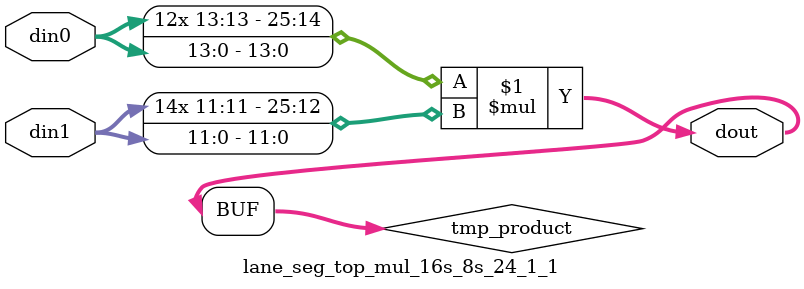
<source format=v>

`timescale 1 ns / 1 ps

  module lane_seg_top_mul_16s_8s_24_1_1(din0, din1, dout);
parameter ID = 1;
parameter NUM_STAGE = 0;
parameter din0_WIDTH = 14;
parameter din1_WIDTH = 12;
parameter dout_WIDTH = 26;

input [din0_WIDTH - 1 : 0] din0; 
input [din1_WIDTH - 1 : 0] din1; 
output [dout_WIDTH - 1 : 0] dout;

wire signed [dout_WIDTH - 1 : 0] tmp_product;













assign tmp_product = $signed(din0) * $signed(din1);








assign dout = tmp_product;







endmodule

</source>
